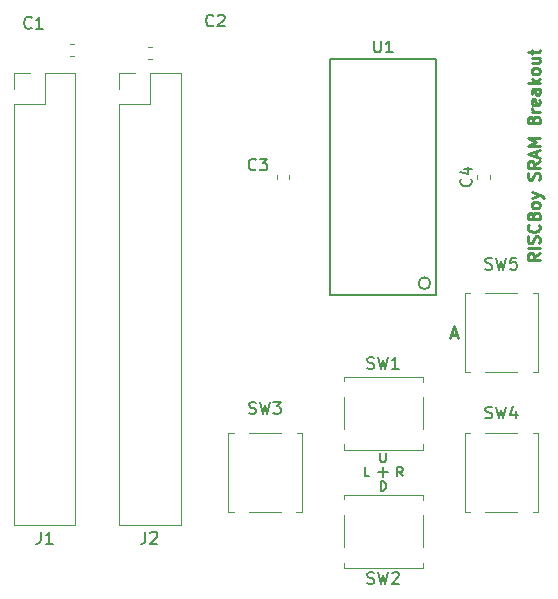
<source format=gbr>
G04 #@! TF.GenerationSoftware,KiCad,Pcbnew,5.0.2-bee76a0~70~ubuntu18.04.1*
G04 #@! TF.CreationDate,2019-04-04T22:51:14+01:00*
G04 #@! TF.ProjectId,sram_dev_board,7372616d-5f64-4657-965f-626f6172642e,rev?*
G04 #@! TF.SameCoordinates,Original*
G04 #@! TF.FileFunction,Legend,Top*
G04 #@! TF.FilePolarity,Positive*
%FSLAX46Y46*%
G04 Gerber Fmt 4.6, Leading zero omitted, Abs format (unit mm)*
G04 Created by KiCad (PCBNEW 5.0.2-bee76a0~70~ubuntu18.04.1) date Thu 04 Apr 2019 22:51:14 BST*
%MOMM*%
%LPD*%
G01*
G04 APERTURE LIST*
%ADD10C,0.250000*%
%ADD11C,0.200000*%
%ADD12C,0.120000*%
%ADD13C,0.150000*%
G04 APERTURE END LIST*
D10*
X160761904Y-103366666D02*
X161238095Y-103366666D01*
X160666666Y-103652380D02*
X161000000Y-102652380D01*
X161333333Y-103652380D01*
D11*
X154600000Y-115000000D02*
X155400000Y-115000000D01*
X155000000Y-114600000D02*
X155000000Y-115400000D01*
X153847619Y-115361904D02*
X153466666Y-115361904D01*
X153466666Y-114561904D01*
X154790476Y-116561904D02*
X154790476Y-115761904D01*
X154980952Y-115761904D01*
X155095238Y-115800000D01*
X155171428Y-115876190D01*
X155209523Y-115952380D01*
X155247619Y-116104761D01*
X155247619Y-116219047D01*
X155209523Y-116371428D01*
X155171428Y-116447619D01*
X155095238Y-116523809D01*
X154980952Y-116561904D01*
X154790476Y-116561904D01*
X156647619Y-115361904D02*
X156380952Y-114980952D01*
X156190476Y-115361904D02*
X156190476Y-114561904D01*
X156495238Y-114561904D01*
X156571428Y-114600000D01*
X156609523Y-114638095D01*
X156647619Y-114714285D01*
X156647619Y-114828571D01*
X156609523Y-114904761D01*
X156571428Y-114942857D01*
X156495238Y-114980952D01*
X156190476Y-114980952D01*
X154771428Y-113361904D02*
X154771428Y-114009523D01*
X154809523Y-114085714D01*
X154847619Y-114123809D01*
X154923809Y-114161904D01*
X155076190Y-114161904D01*
X155152380Y-114123809D01*
X155190476Y-114085714D01*
X155228571Y-114009523D01*
X155228571Y-113361904D01*
D10*
X168252380Y-96461904D02*
X167776190Y-96795238D01*
X168252380Y-97033333D02*
X167252380Y-97033333D01*
X167252380Y-96652380D01*
X167300000Y-96557142D01*
X167347619Y-96509523D01*
X167442857Y-96461904D01*
X167585714Y-96461904D01*
X167680952Y-96509523D01*
X167728571Y-96557142D01*
X167776190Y-96652380D01*
X167776190Y-97033333D01*
X168252380Y-96033333D02*
X167252380Y-96033333D01*
X168204761Y-95604761D02*
X168252380Y-95461904D01*
X168252380Y-95223809D01*
X168204761Y-95128571D01*
X168157142Y-95080952D01*
X168061904Y-95033333D01*
X167966666Y-95033333D01*
X167871428Y-95080952D01*
X167823809Y-95128571D01*
X167776190Y-95223809D01*
X167728571Y-95414285D01*
X167680952Y-95509523D01*
X167633333Y-95557142D01*
X167538095Y-95604761D01*
X167442857Y-95604761D01*
X167347619Y-95557142D01*
X167300000Y-95509523D01*
X167252380Y-95414285D01*
X167252380Y-95176190D01*
X167300000Y-95033333D01*
X168157142Y-94033333D02*
X168204761Y-94080952D01*
X168252380Y-94223809D01*
X168252380Y-94319047D01*
X168204761Y-94461904D01*
X168109523Y-94557142D01*
X168014285Y-94604761D01*
X167823809Y-94652380D01*
X167680952Y-94652380D01*
X167490476Y-94604761D01*
X167395238Y-94557142D01*
X167300000Y-94461904D01*
X167252380Y-94319047D01*
X167252380Y-94223809D01*
X167300000Y-94080952D01*
X167347619Y-94033333D01*
X167728571Y-93271428D02*
X167776190Y-93128571D01*
X167823809Y-93080952D01*
X167919047Y-93033333D01*
X168061904Y-93033333D01*
X168157142Y-93080952D01*
X168204761Y-93128571D01*
X168252380Y-93223809D01*
X168252380Y-93604761D01*
X167252380Y-93604761D01*
X167252380Y-93271428D01*
X167300000Y-93176190D01*
X167347619Y-93128571D01*
X167442857Y-93080952D01*
X167538095Y-93080952D01*
X167633333Y-93128571D01*
X167680952Y-93176190D01*
X167728571Y-93271428D01*
X167728571Y-93604761D01*
X168252380Y-92461904D02*
X168204761Y-92557142D01*
X168157142Y-92604761D01*
X168061904Y-92652380D01*
X167776190Y-92652380D01*
X167680952Y-92604761D01*
X167633333Y-92557142D01*
X167585714Y-92461904D01*
X167585714Y-92319047D01*
X167633333Y-92223809D01*
X167680952Y-92176190D01*
X167776190Y-92128571D01*
X168061904Y-92128571D01*
X168157142Y-92176190D01*
X168204761Y-92223809D01*
X168252380Y-92319047D01*
X168252380Y-92461904D01*
X167585714Y-91795238D02*
X168252380Y-91557142D01*
X167585714Y-91319047D02*
X168252380Y-91557142D01*
X168490476Y-91652380D01*
X168538095Y-91700000D01*
X168585714Y-91795238D01*
X168204761Y-90223809D02*
X168252380Y-90080952D01*
X168252380Y-89842857D01*
X168204761Y-89747619D01*
X168157142Y-89700000D01*
X168061904Y-89652380D01*
X167966666Y-89652380D01*
X167871428Y-89700000D01*
X167823809Y-89747619D01*
X167776190Y-89842857D01*
X167728571Y-90033333D01*
X167680952Y-90128571D01*
X167633333Y-90176190D01*
X167538095Y-90223809D01*
X167442857Y-90223809D01*
X167347619Y-90176190D01*
X167300000Y-90128571D01*
X167252380Y-90033333D01*
X167252380Y-89795238D01*
X167300000Y-89652380D01*
X168252380Y-88652380D02*
X167776190Y-88985714D01*
X168252380Y-89223809D02*
X167252380Y-89223809D01*
X167252380Y-88842857D01*
X167300000Y-88747619D01*
X167347619Y-88700000D01*
X167442857Y-88652380D01*
X167585714Y-88652380D01*
X167680952Y-88700000D01*
X167728571Y-88747619D01*
X167776190Y-88842857D01*
X167776190Y-89223809D01*
X167966666Y-88271428D02*
X167966666Y-87795238D01*
X168252380Y-88366666D02*
X167252380Y-88033333D01*
X168252380Y-87700000D01*
X168252380Y-87366666D02*
X167252380Y-87366666D01*
X167966666Y-87033333D01*
X167252380Y-86700000D01*
X168252380Y-86700000D01*
X167728571Y-85128571D02*
X167776190Y-84985714D01*
X167823809Y-84938095D01*
X167919047Y-84890476D01*
X168061904Y-84890476D01*
X168157142Y-84938095D01*
X168204761Y-84985714D01*
X168252380Y-85080952D01*
X168252380Y-85461904D01*
X167252380Y-85461904D01*
X167252380Y-85128571D01*
X167300000Y-85033333D01*
X167347619Y-84985714D01*
X167442857Y-84938095D01*
X167538095Y-84938095D01*
X167633333Y-84985714D01*
X167680952Y-85033333D01*
X167728571Y-85128571D01*
X167728571Y-85461904D01*
X168252380Y-84461904D02*
X167585714Y-84461904D01*
X167776190Y-84461904D02*
X167680952Y-84414285D01*
X167633333Y-84366666D01*
X167585714Y-84271428D01*
X167585714Y-84176190D01*
X168204761Y-83461904D02*
X168252380Y-83557142D01*
X168252380Y-83747619D01*
X168204761Y-83842857D01*
X168109523Y-83890476D01*
X167728571Y-83890476D01*
X167633333Y-83842857D01*
X167585714Y-83747619D01*
X167585714Y-83557142D01*
X167633333Y-83461904D01*
X167728571Y-83414285D01*
X167823809Y-83414285D01*
X167919047Y-83890476D01*
X168252380Y-82557142D02*
X167728571Y-82557142D01*
X167633333Y-82604761D01*
X167585714Y-82700000D01*
X167585714Y-82890476D01*
X167633333Y-82985714D01*
X168204761Y-82557142D02*
X168252380Y-82652380D01*
X168252380Y-82890476D01*
X168204761Y-82985714D01*
X168109523Y-83033333D01*
X168014285Y-83033333D01*
X167919047Y-82985714D01*
X167871428Y-82890476D01*
X167871428Y-82652380D01*
X167823809Y-82557142D01*
X168252380Y-82080952D02*
X167252380Y-82080952D01*
X167871428Y-81985714D02*
X168252380Y-81700000D01*
X167585714Y-81700000D02*
X167966666Y-82080952D01*
X168252380Y-81128571D02*
X168204761Y-81223809D01*
X168157142Y-81271428D01*
X168061904Y-81319047D01*
X167776190Y-81319047D01*
X167680952Y-81271428D01*
X167633333Y-81223809D01*
X167585714Y-81128571D01*
X167585714Y-80985714D01*
X167633333Y-80890476D01*
X167680952Y-80842857D01*
X167776190Y-80795238D01*
X168061904Y-80795238D01*
X168157142Y-80842857D01*
X168204761Y-80890476D01*
X168252380Y-80985714D01*
X168252380Y-81128571D01*
X167585714Y-79938095D02*
X168252380Y-79938095D01*
X167585714Y-80366666D02*
X168109523Y-80366666D01*
X168204761Y-80319047D01*
X168252380Y-80223809D01*
X168252380Y-80080952D01*
X168204761Y-79985714D01*
X168157142Y-79938095D01*
X167585714Y-79604761D02*
X167585714Y-79223809D01*
X167252380Y-79461904D02*
X168109523Y-79461904D01*
X168204761Y-79414285D01*
X168252380Y-79319047D01*
X168252380Y-79223809D01*
D12*
G04 #@! TO.C,C1*
X128453733Y-78740000D02*
X128796267Y-78740000D01*
X128453733Y-79760000D02*
X128796267Y-79760000D01*
G04 #@! TO.C,C2*
X135421267Y-78990000D02*
X135078733Y-78990000D01*
X135421267Y-80010000D02*
X135078733Y-80010000D01*
G04 #@! TO.C,C3*
X147010000Y-89828733D02*
X147010000Y-90171267D01*
X145990000Y-89828733D02*
X145990000Y-90171267D01*
G04 #@! TO.C,C4*
X164010000Y-90171267D02*
X164010000Y-89828733D01*
X162990000Y-90171267D02*
X162990000Y-89828733D01*
G04 #@! TO.C,J1*
X123750000Y-119430000D02*
X128950000Y-119430000D01*
X123750000Y-83810000D02*
X123750000Y-119430000D01*
X128950000Y-81210000D02*
X128950000Y-119430000D01*
X123750000Y-83810000D02*
X126350000Y-83810000D01*
X126350000Y-83810000D02*
X126350000Y-81210000D01*
X126350000Y-81210000D02*
X128950000Y-81210000D01*
X123750000Y-82540000D02*
X123750000Y-81210000D01*
X123750000Y-81210000D02*
X125080000Y-81210000D01*
G04 #@! TO.C,J2*
X132670000Y-119430000D02*
X137870000Y-119430000D01*
X132670000Y-83810000D02*
X132670000Y-119430000D01*
X137870000Y-81210000D02*
X137870000Y-119430000D01*
X132670000Y-83810000D02*
X135270000Y-83810000D01*
X135270000Y-83810000D02*
X135270000Y-81210000D01*
X135270000Y-81210000D02*
X137870000Y-81210000D01*
X132670000Y-82540000D02*
X132670000Y-81210000D01*
X132670000Y-81210000D02*
X134000000Y-81210000D01*
G04 #@! TO.C,SW1*
X158350000Y-107350000D02*
X158350000Y-106900000D01*
X158350000Y-106900000D02*
X151650000Y-106900000D01*
X151650000Y-106900000D02*
X151650000Y-107300000D01*
X158350000Y-108650000D02*
X158350000Y-111350000D01*
X151650000Y-111350000D02*
X151650000Y-108650000D01*
X158350000Y-113100000D02*
X151650000Y-113100000D01*
X151650000Y-113100000D02*
X151650000Y-112650000D01*
X158350000Y-112650000D02*
X158350000Y-113100000D01*
G04 #@! TO.C,SW2*
X158350000Y-122650000D02*
X158350000Y-123100000D01*
X151650000Y-123100000D02*
X151650000Y-122650000D01*
X158350000Y-123100000D02*
X151650000Y-123100000D01*
X151650000Y-121350000D02*
X151650000Y-118650000D01*
X158350000Y-118650000D02*
X158350000Y-121350000D01*
X151650000Y-116900000D02*
X151650000Y-117300000D01*
X158350000Y-116900000D02*
X151650000Y-116900000D01*
X158350000Y-117350000D02*
X158350000Y-116900000D01*
G04 #@! TO.C,SW3*
X147650000Y-118350000D02*
X148100000Y-118350000D01*
X148100000Y-118350000D02*
X148100000Y-111650000D01*
X148100000Y-111650000D02*
X147700000Y-111650000D01*
X146350000Y-118350000D02*
X143650000Y-118350000D01*
X143650000Y-111650000D02*
X146350000Y-111650000D01*
X141900000Y-118350000D02*
X141900000Y-111650000D01*
X141900000Y-111650000D02*
X142350000Y-111650000D01*
X142350000Y-118350000D02*
X141900000Y-118350000D01*
G04 #@! TO.C,SW4*
X162350000Y-118350000D02*
X161900000Y-118350000D01*
X161900000Y-111650000D02*
X162350000Y-111650000D01*
X161900000Y-118350000D02*
X161900000Y-111650000D01*
X163650000Y-111650000D02*
X166350000Y-111650000D01*
X166350000Y-118350000D02*
X163650000Y-118350000D01*
X168100000Y-111650000D02*
X167700000Y-111650000D01*
X168100000Y-118350000D02*
X168100000Y-111650000D01*
X167650000Y-118350000D02*
X168100000Y-118350000D01*
D13*
G04 #@! TO.C,U1*
X159000000Y-99000000D02*
G75*
G03X159000000Y-99000000I-500000J0D01*
G01*
X159500000Y-100000000D02*
X150500000Y-100000000D01*
X159500000Y-80000000D02*
X159500000Y-100000000D01*
X150500000Y-80000000D02*
X159500000Y-80000000D01*
X150500000Y-100000000D02*
X150500000Y-80000000D01*
D12*
G04 #@! TO.C,SW5*
X167650000Y-106550000D02*
X168100000Y-106550000D01*
X168100000Y-106550000D02*
X168100000Y-99850000D01*
X168100000Y-99850000D02*
X167700000Y-99850000D01*
X166350000Y-106550000D02*
X163650000Y-106550000D01*
X163650000Y-99850000D02*
X166350000Y-99850000D01*
X161900000Y-106550000D02*
X161900000Y-99850000D01*
X161900000Y-99850000D02*
X162350000Y-99850000D01*
X162350000Y-106550000D02*
X161900000Y-106550000D01*
G04 #@! TO.C,C1*
D13*
X125233333Y-77357142D02*
X125185714Y-77404761D01*
X125042857Y-77452380D01*
X124947619Y-77452380D01*
X124804761Y-77404761D01*
X124709523Y-77309523D01*
X124661904Y-77214285D01*
X124614285Y-77023809D01*
X124614285Y-76880952D01*
X124661904Y-76690476D01*
X124709523Y-76595238D01*
X124804761Y-76500000D01*
X124947619Y-76452380D01*
X125042857Y-76452380D01*
X125185714Y-76500000D01*
X125233333Y-76547619D01*
X126185714Y-77452380D02*
X125614285Y-77452380D01*
X125900000Y-77452380D02*
X125900000Y-76452380D01*
X125804761Y-76595238D01*
X125709523Y-76690476D01*
X125614285Y-76738095D01*
G04 #@! TO.C,C2*
X140633333Y-77157142D02*
X140585714Y-77204761D01*
X140442857Y-77252380D01*
X140347619Y-77252380D01*
X140204761Y-77204761D01*
X140109523Y-77109523D01*
X140061904Y-77014285D01*
X140014285Y-76823809D01*
X140014285Y-76680952D01*
X140061904Y-76490476D01*
X140109523Y-76395238D01*
X140204761Y-76300000D01*
X140347619Y-76252380D01*
X140442857Y-76252380D01*
X140585714Y-76300000D01*
X140633333Y-76347619D01*
X141014285Y-76347619D02*
X141061904Y-76300000D01*
X141157142Y-76252380D01*
X141395238Y-76252380D01*
X141490476Y-76300000D01*
X141538095Y-76347619D01*
X141585714Y-76442857D01*
X141585714Y-76538095D01*
X141538095Y-76680952D01*
X140966666Y-77252380D01*
X141585714Y-77252380D01*
G04 #@! TO.C,C3*
X144233333Y-89357142D02*
X144185714Y-89404761D01*
X144042857Y-89452380D01*
X143947619Y-89452380D01*
X143804761Y-89404761D01*
X143709523Y-89309523D01*
X143661904Y-89214285D01*
X143614285Y-89023809D01*
X143614285Y-88880952D01*
X143661904Y-88690476D01*
X143709523Y-88595238D01*
X143804761Y-88500000D01*
X143947619Y-88452380D01*
X144042857Y-88452380D01*
X144185714Y-88500000D01*
X144233333Y-88547619D01*
X144566666Y-88452380D02*
X145185714Y-88452380D01*
X144852380Y-88833333D01*
X144995238Y-88833333D01*
X145090476Y-88880952D01*
X145138095Y-88928571D01*
X145185714Y-89023809D01*
X145185714Y-89261904D01*
X145138095Y-89357142D01*
X145090476Y-89404761D01*
X144995238Y-89452380D01*
X144709523Y-89452380D01*
X144614285Y-89404761D01*
X144566666Y-89357142D01*
G04 #@! TO.C,C4*
X162427142Y-90166666D02*
X162474761Y-90214285D01*
X162522380Y-90357142D01*
X162522380Y-90452380D01*
X162474761Y-90595238D01*
X162379523Y-90690476D01*
X162284285Y-90738095D01*
X162093809Y-90785714D01*
X161950952Y-90785714D01*
X161760476Y-90738095D01*
X161665238Y-90690476D01*
X161570000Y-90595238D01*
X161522380Y-90452380D01*
X161522380Y-90357142D01*
X161570000Y-90214285D01*
X161617619Y-90166666D01*
X161855714Y-89309523D02*
X162522380Y-89309523D01*
X161474761Y-89547619D02*
X162189047Y-89785714D01*
X162189047Y-89166666D01*
G04 #@! TO.C,J1*
X126016666Y-120052380D02*
X126016666Y-120766666D01*
X125969047Y-120909523D01*
X125873809Y-121004761D01*
X125730952Y-121052380D01*
X125635714Y-121052380D01*
X127016666Y-121052380D02*
X126445238Y-121052380D01*
X126730952Y-121052380D02*
X126730952Y-120052380D01*
X126635714Y-120195238D01*
X126540476Y-120290476D01*
X126445238Y-120338095D01*
G04 #@! TO.C,J2*
X134866666Y-120052380D02*
X134866666Y-120766666D01*
X134819047Y-120909523D01*
X134723809Y-121004761D01*
X134580952Y-121052380D01*
X134485714Y-121052380D01*
X135295238Y-120147619D02*
X135342857Y-120100000D01*
X135438095Y-120052380D01*
X135676190Y-120052380D01*
X135771428Y-120100000D01*
X135819047Y-120147619D01*
X135866666Y-120242857D01*
X135866666Y-120338095D01*
X135819047Y-120480952D01*
X135247619Y-121052380D01*
X135866666Y-121052380D01*
G04 #@! TO.C,SW1*
X153666666Y-106204761D02*
X153809523Y-106252380D01*
X154047619Y-106252380D01*
X154142857Y-106204761D01*
X154190476Y-106157142D01*
X154238095Y-106061904D01*
X154238095Y-105966666D01*
X154190476Y-105871428D01*
X154142857Y-105823809D01*
X154047619Y-105776190D01*
X153857142Y-105728571D01*
X153761904Y-105680952D01*
X153714285Y-105633333D01*
X153666666Y-105538095D01*
X153666666Y-105442857D01*
X153714285Y-105347619D01*
X153761904Y-105300000D01*
X153857142Y-105252380D01*
X154095238Y-105252380D01*
X154238095Y-105300000D01*
X154571428Y-105252380D02*
X154809523Y-106252380D01*
X155000000Y-105538095D01*
X155190476Y-106252380D01*
X155428571Y-105252380D01*
X156333333Y-106252380D02*
X155761904Y-106252380D01*
X156047619Y-106252380D02*
X156047619Y-105252380D01*
X155952380Y-105395238D01*
X155857142Y-105490476D01*
X155761904Y-105538095D01*
G04 #@! TO.C,SW2*
X153666666Y-124404761D02*
X153809523Y-124452380D01*
X154047619Y-124452380D01*
X154142857Y-124404761D01*
X154190476Y-124357142D01*
X154238095Y-124261904D01*
X154238095Y-124166666D01*
X154190476Y-124071428D01*
X154142857Y-124023809D01*
X154047619Y-123976190D01*
X153857142Y-123928571D01*
X153761904Y-123880952D01*
X153714285Y-123833333D01*
X153666666Y-123738095D01*
X153666666Y-123642857D01*
X153714285Y-123547619D01*
X153761904Y-123500000D01*
X153857142Y-123452380D01*
X154095238Y-123452380D01*
X154238095Y-123500000D01*
X154571428Y-123452380D02*
X154809523Y-124452380D01*
X155000000Y-123738095D01*
X155190476Y-124452380D01*
X155428571Y-123452380D01*
X155761904Y-123547619D02*
X155809523Y-123500000D01*
X155904761Y-123452380D01*
X156142857Y-123452380D01*
X156238095Y-123500000D01*
X156285714Y-123547619D01*
X156333333Y-123642857D01*
X156333333Y-123738095D01*
X156285714Y-123880952D01*
X155714285Y-124452380D01*
X156333333Y-124452380D01*
G04 #@! TO.C,SW3*
X143666666Y-110004761D02*
X143809523Y-110052380D01*
X144047619Y-110052380D01*
X144142857Y-110004761D01*
X144190476Y-109957142D01*
X144238095Y-109861904D01*
X144238095Y-109766666D01*
X144190476Y-109671428D01*
X144142857Y-109623809D01*
X144047619Y-109576190D01*
X143857142Y-109528571D01*
X143761904Y-109480952D01*
X143714285Y-109433333D01*
X143666666Y-109338095D01*
X143666666Y-109242857D01*
X143714285Y-109147619D01*
X143761904Y-109100000D01*
X143857142Y-109052380D01*
X144095238Y-109052380D01*
X144238095Y-109100000D01*
X144571428Y-109052380D02*
X144809523Y-110052380D01*
X145000000Y-109338095D01*
X145190476Y-110052380D01*
X145428571Y-109052380D01*
X145714285Y-109052380D02*
X146333333Y-109052380D01*
X146000000Y-109433333D01*
X146142857Y-109433333D01*
X146238095Y-109480952D01*
X146285714Y-109528571D01*
X146333333Y-109623809D01*
X146333333Y-109861904D01*
X146285714Y-109957142D01*
X146238095Y-110004761D01*
X146142857Y-110052380D01*
X145857142Y-110052380D01*
X145761904Y-110004761D01*
X145714285Y-109957142D01*
G04 #@! TO.C,SW4*
X163666666Y-110404761D02*
X163809523Y-110452380D01*
X164047619Y-110452380D01*
X164142857Y-110404761D01*
X164190476Y-110357142D01*
X164238095Y-110261904D01*
X164238095Y-110166666D01*
X164190476Y-110071428D01*
X164142857Y-110023809D01*
X164047619Y-109976190D01*
X163857142Y-109928571D01*
X163761904Y-109880952D01*
X163714285Y-109833333D01*
X163666666Y-109738095D01*
X163666666Y-109642857D01*
X163714285Y-109547619D01*
X163761904Y-109500000D01*
X163857142Y-109452380D01*
X164095238Y-109452380D01*
X164238095Y-109500000D01*
X164571428Y-109452380D02*
X164809523Y-110452380D01*
X165000000Y-109738095D01*
X165190476Y-110452380D01*
X165428571Y-109452380D01*
X166238095Y-109785714D02*
X166238095Y-110452380D01*
X166000000Y-109404761D02*
X165761904Y-110119047D01*
X166380952Y-110119047D01*
G04 #@! TO.C,U1*
X154238095Y-78452380D02*
X154238095Y-79261904D01*
X154285714Y-79357142D01*
X154333333Y-79404761D01*
X154428571Y-79452380D01*
X154619047Y-79452380D01*
X154714285Y-79404761D01*
X154761904Y-79357142D01*
X154809523Y-79261904D01*
X154809523Y-78452380D01*
X155809523Y-79452380D02*
X155238095Y-79452380D01*
X155523809Y-79452380D02*
X155523809Y-78452380D01*
X155428571Y-78595238D01*
X155333333Y-78690476D01*
X155238095Y-78738095D01*
G04 #@! TO.C,SW5*
X163666666Y-97804761D02*
X163809523Y-97852380D01*
X164047619Y-97852380D01*
X164142857Y-97804761D01*
X164190476Y-97757142D01*
X164238095Y-97661904D01*
X164238095Y-97566666D01*
X164190476Y-97471428D01*
X164142857Y-97423809D01*
X164047619Y-97376190D01*
X163857142Y-97328571D01*
X163761904Y-97280952D01*
X163714285Y-97233333D01*
X163666666Y-97138095D01*
X163666666Y-97042857D01*
X163714285Y-96947619D01*
X163761904Y-96900000D01*
X163857142Y-96852380D01*
X164095238Y-96852380D01*
X164238095Y-96900000D01*
X164571428Y-96852380D02*
X164809523Y-97852380D01*
X165000000Y-97138095D01*
X165190476Y-97852380D01*
X165428571Y-96852380D01*
X166285714Y-96852380D02*
X165809523Y-96852380D01*
X165761904Y-97328571D01*
X165809523Y-97280952D01*
X165904761Y-97233333D01*
X166142857Y-97233333D01*
X166238095Y-97280952D01*
X166285714Y-97328571D01*
X166333333Y-97423809D01*
X166333333Y-97661904D01*
X166285714Y-97757142D01*
X166238095Y-97804761D01*
X166142857Y-97852380D01*
X165904761Y-97852380D01*
X165809523Y-97804761D01*
X165761904Y-97757142D01*
G04 #@! TD*
M02*

</source>
